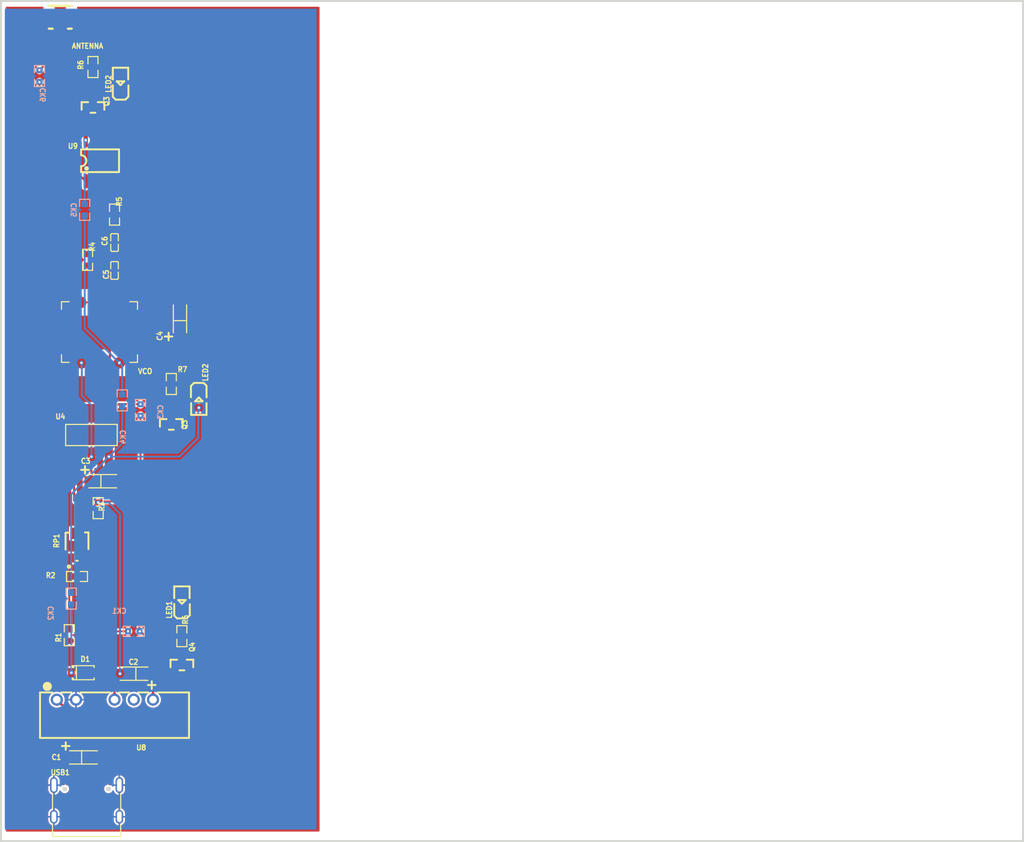
<source format=kicad_pcb>
(kicad_pcb (version 20240108) (generator "pcbnew") (generator_version "8.0")
  (layers (0 "F.Cu" signal "Top Layer") (31 "B.Cu" signal "Bottom Layer") (34 "B.Paste" user "Bottom Paste Mask Layer") (35 "F.Paste" user "Top Paste Mask Layer") (36 "B.SilkS" user "Bottom Silkscreen Layer") (37 "F.SilkS" user "Top Silkscreen Layer") (38 "B.Mask" user "Bottom Solder Mask Layer") (39 "F.Mask" user "Top Solder Mask Layer") (44 "Edge.Cuts" user "Multi-Layer"))
  (net 0 "")
  (net 1 "GND")
  (net 2 "RFOUT")
  (net 3 "VT")
  (net 4 "POWER")
  (net 5 "VCC+")
  (net 6 "$4N521")
  (net 7 "$4N526")
  (net 8 "SIGNAL")
  (net 9 "$6N421")
  (net 10 "$6N289")
  (net 11 "$3N135")
  (net 12 "$4N812")
  (net 13 "VCC-")
  (net 14 "ADJ")
  (net 15 "VCC9V+")
  (net 16 "$5N863")
  (footprint "Signal-blocker_2025-02-25:R0603" (layer "F.Cu") (at 105.019 134.074 -90)
    (property "Reference" "R6" (at -1.4615 -0.864 270) (layer "F.SilkS") (effects (font (size 0.686 0.6285) (thickness 0.1525)) (justify left bottom)))
    (property "Value" "")
    (pad "1" smd rect (at -0.7535 0 270) (size 0.8065 0.864) (layers "F.Cu" "F.Paste" "F.Mask") (net 15 "VCC9V+"))
    (pad "2" smd rect (at 0.7535 0 270) (size 0.8065 0.864) (layers "F.Cu" "F.Paste" "F.Mask") (net 15 "VCC9V+"))
  )
  (footprint "Signal-blocker_2025-02-25:RES-ADJ-SMD_3P-L3.0-W3.8-P1.75-BR" (layer "F.Cu") (at 91.176 122.136 -90)
    (property "Reference" "RP1" (at 0.381 2.286 810) (layer "F.SilkS") (effects (font (size 0.686 0.6285) (thickness 0.1525)) (justify left bottom)))
    (property "Value" "")
    (pad "1" smd rect (at 1.625 1) (size 1.2 1.2) (layers "F.Cu" "F.Paste" "F.Mask") (net 7 "$4N526"))
    (pad "2" smd rect (at -1.625 0) (size 1.6 1.5) (layers "F.Cu" "F.Paste" "F.Mask") (net 14 "ADJ"))
    (pad "3" smd rect (at 1.625 -1) (size 1.2 1.2) (layers "F.Cu" "F.Paste" "F.Mask") (net 6 "$4N521"))
  )
  (footprint "Signal-blocker_2025-02-25:R0603" (layer "F.Cu") (at 103.622 100.8 -90)
    (property "Reference" "R7" (at -1.524 -0.762 360) (layer "F.SilkS") (effects (font (size 0.686 0.6285) (thickness 0.1525)) (justify left bottom)))
    (property "Value" "")
    (pad "1" smd rect (at -0.7535 0 270) (size 0.8065 0.864) (layers "F.Cu" "F.Paste" "F.Mask") (net 16 "$5N863"))
    (pad "2" smd rect (at 0.7535 0 270) (size 0.8065 0.864) (layers "F.Cu" "F.Paste" "F.Mask") (net 16 "$5N863"))
  )
  (footprint "Signal-blocker_2025-02-25:CAP-SMD_L3.2-W1.6-RD-C7171" (layer "F.Cu") (at 104.765 92.037 90)
    (property "Reference" "C4" (at -3.127 -2.254 450) (layer "F.SilkS") (effects (font (size 0.686 0.6285) (thickness 0.1525)) (justify left bottom)))
    (property "Value" "")
    (pad "1" smd rect (at -1.6865 0 270) (size 1.7575 1.296) (layers "F.Cu" "F.Paste" "F.Mask") (net 5 "VCC+"))
    (pad "2" smd rect (at 1.6865 0 270) (size 1.7575 1.296) (layers "F.Cu" "F.Paste" "F.Mask") (net 1 "GND"))
  )
  (footprint "Signal-blocker_2025-02-25:S8050_SOT-23" (layer "F.Cu") (at 103.495 106.134 -90)
    (property "Reference" "Q3" (at 0.762 -2.286 270) (layer "F.SilkS") (effects (font (size 0.686 0.6285) (thickness 0.1525)) (justify left bottom)))
    (property "Value" "")
    (pad "1" smd rect (at 1.15 0.823 90) (size 1 0.8) (layers "F.Cu" "F.Paste" "F.Mask") (net 13 "VCC-"))
    (pad "2" smd rect (at 1.15 -1.077 90) (size 1 0.8) (layers "F.Cu" "F.Paste" "F.Mask") (net 1 "GND"))
    (pad "3" smd rect (at -1.15 -0.127 90) (size 1 0.8) (layers "F.Cu" "F.Paste" "F.Mask") (net 16 "$5N863"))
  )
  (footprint "Signal-blocker_2025-02-25:1234" (layer "F.Cu") (at 94.732 93.942 180)
    (property "Reference" "VCO" (at -4.4245 -5.588 360) (layer "F.SilkS") (effects (font (size 0.686 0.6285) (thickness 0.1525)) (justify left bottom)))
    (property "Value" "")
    (pad "1" smd circle (at -2.0315 -4.064 180) (size 1.524 1.524) (layers "F.Cu" "F.Paste" "F.Mask") (net 5 "VCC+"))
    (pad "2" smd circle (at 0.4685 -4.064 180) (size 1.524 1.524) (layers "F.Cu" "F.Paste" "F.Mask") (net 1 "GND"))
    (pad "3" smd circle (at 2.9685 -4.064 180) (size 1.524 1.524) (layers "F.Cu" "F.Paste" "F.Mask") (net 3 "VT"))
    (pad "4" smd rect (at -4.445 0 270) (size 1.7005 3) (layers "F.Cu" "F.Paste" "F.Mask") (net 1 "GND"))
    (pad "5" smd rect (at 5.588 0 270) (size 1.7 3) (layers "F.Cu" "F.Paste" "F.Mask") (net 1 "GND"))
    (pad "6" smd rect (at -1.942 3.913 180) (size 1.6 3) (layers "F.Cu" "F.Paste" "F.Mask") (net 8 "SIGNAL"))
    (pad "7" smd circle (at 0.558 3.913 180) (size 1.524 1.524) (layers "F.Cu" "F.Paste" "F.Mask") (net 1 "GND"))
    (pad "8" smd circle (at 3.058 3.913 180) (size 1.524 1.524) (layers "F.Cu" "F.Paste" "F.Mask") (net 1 "GND"))
  )
  (footprint "Signal-blocker_2025-02-25:CAP-SMD_L3.2-W1.6-RD-C7171" (layer "F.Cu") (at 92.192 150.076)
    (property "Reference" "C1" (at -4.445 0.381 360) (layer "F.SilkS") (effects (font (size 0.686 0.6285) (thickness 0.1525)) (justify left bottom)))
    (property "Value" "")
    (pad "1" smd rect (at -1.6865 0 180) (size 1.7575 1.296) (layers "F.Cu" "F.Paste" "F.Mask") (net 4 "POWER"))
    (pad "2" smd rect (at 1.6865 0 180) (size 1.7575 1.296) (layers "F.Cu" "F.Paste" "F.Mask") (net 1 "GND"))
  )
  (footprint "Signal-blocker_2025-02-25:SOT-223_L6.3-W3.5-P2.30-LS7.0-BR" (layer "F.Cu") (at 93.081 107.531 -90)
    (property "Reference" "U4" (at -2.032 4.826 360) (layer "F.SilkS") (effects (font (size 0.686 0.6285) (thickness 0.1525)) (justify left bottom)))
    (property "Value" "")
    (pad "1" smd rect (at 2.8575 2.3 270) (size 2.465 1.05) (layers "F.Cu" "F.Paste" "F.Mask") (net 14 "ADJ"))
    (pad "2" smd rect (at 2.8575 0 270) (size 2.465 1.05) (layers "F.Cu" "F.Paste" "F.Mask") (net 3 "VT"))
    (pad "3" smd rect (at 2.8575 -2.3 270) (size 2.465 1.05) (layers "F.Cu" "F.Paste" "F.Mask") (net 5 "VCC+"))
    (pad "4" smd rect (at -2.8575 0 270) (size 2.465 3.54) (layers "F.Cu" "F.Paste" "F.Mask") (net 12 "$4N812"))
  )
  (footprint "Signal-blocker_2025-02-25:TYPE-C-SMD_HDGC_TYPE-C-ZL-104PWB" (layer "F.Cu") (at 92.446 155.537)
    (property "Reference" "USB1" (at -4.8225 -3.077 360) (layer "F.SilkS") (effects (font (size 0.686 0.6285) (thickness 0.1525)) (justify left bottom)))
    (property "Value" "")
    (fp_poly (pts (xy -2.565 -1.308) (xy -2.5846 -1.419157) (xy -2.641036 -1.516906) (xy -2.7275 -1.589458) (xy -2.833564 -1.628063) (xy -2.946436 -1.628063) (xy -3.0525 -1.589458) (xy -3.138964 -1.516906) (xy -3.1954 -1.419157) (xy -3.215 -1.308) (xy -3.1954 -1.196843) (xy -3.138964 -1.099094) (xy -3.0525 -1.026542) (xy -2.946436 -0.987937) (xy -2.833564 -0.987937) (xy -2.7275 -1.026542) (xy -2.641036 -1.099094) (xy -2.5846 -1.196843)) (fill solid) (layer "Edge.Cuts"))
    (fp_poly (pts (xy 3.215 -1.308) (xy 3.1954 -1.419157) (xy 3.138964 -1.516906) (xy 3.0525 -1.589458) (xy 2.946436 -1.628063) (xy 2.833564 -1.628063) (xy 2.7275 -1.589458) (xy 2.641036 -1.516906) (xy 2.5846 -1.419157) (xy 2.565 -1.308) (xy 2.5846 -1.196843) (xy 2.641036 -1.099094) (xy 2.7275 -1.026542) (xy 2.833564 -0.987937) (xy 2.946436 -0.987937) (xy 3.0525 -1.026542) (xy 3.138964 -1.099094) (xy 3.1954 -1.196843)) (fill solid) (layer "Edge.Cuts"))
    (pad "12" thru_hole oval (at -4.32 -1.8075) (size 1 2.1) (drill oval 0.6 1.7) (layers "*.Cu" "*.Mask") (net 1 "GND"))
    (pad "13" thru_hole oval (at 4.32 -1.8075) (size 1 2.1) (drill oval 0.6 1.7) (layers "*.Cu" "*.Mask") (net 1 "GND"))
    (pad "14" thru_hole oval (at -4.32 2.3725) (size 1 1.8) (drill oval 0.6 1.4) (layers "*.Cu" "*.Mask") (net 1 "GND"))
    (pad "15" thru_hole oval (at 4.32 2.3725) (size 1 1.8) (drill oval 0.6 1.4) (layers "*.Cu" "*.Mask") (net 1 "GND"))
    (pad "A1B12" smd rect (at -3.2 -2.3725) (size 0.6 1.15) (layers "F.Cu" "F.Paste" "F.Mask") (net 1 "GND"))
    (pad "A4B9" smd rect (at -2.4 -2.3725) (size 0.6 1.15) (layers "F.Cu" "F.Paste" "F.Mask") (net 4 "POWER"))
    (pad "A5" smd rect (at -1.25 -2.3725) (size 0.3 1.15) (layers "F.Cu" "F.Paste" "F.Mask"))
    (pad "A6" smd rect (at -0.25 -2.3725) (size 0.3 1.15) (layers "F.Cu" "F.Paste" "F.Mask"))
    (pad "A7" smd rect (at 0.25 -2.3725) (size 0.3 1.15) (layers "F.Cu" "F.Paste" "F.Mask"))
    (pad "A8" smd rect (at 1.25 -2.3725) (size 0.3 1.15) (layers "F.Cu" "F.Paste" "F.Mask"))
    (pad "A9B4" smd rect (at 2.4 -2.3725) (size 0.6 1.15) (layers "F.Cu" "F.Paste" "F.Mask") (net 4 "POWER"))
    (pad "A12B1" smd rect (at 3.2 -2.3725) (size 0.6 1.15) (layers "F.Cu" "F.Paste" "F.Mask") (net 1 "GND"))
    (pad "B5" smd rect (at 1.75 -2.3725) (size 0.3 1.15) (layers "F.Cu" "F.Paste" "F.Mask"))
    (pad "B6" smd rect (at 0.75 -2.3725) (size 0.3 1.15) (layers "F.Cu" "F.Paste" "F.Mask"))
    (pad "B7" smd rect (at -0.75 -2.3725) (size 0.3 1.15) (layers "F.Cu" "F.Paste" "F.Mask"))
    (pad "B8" smd rect (at -1.75 -2.3725) (size 0.3 1.15) (layers "F.Cu" "F.Paste" "F.Mask"))
  )
  (footprint "Signal-blocker_2025-02-25:CAP-SMD_L3.2-W1.6-RD-C7171" (layer "F.Cu") (at 94.732 113.627)
    (property "Reference" "C3" (at -3.127 -2.254 0) (layer "F.SilkS") (effects (font (size 0.686 0.6285) (thickness 0.1525)) (justify left bottom)))
    (property "Value" "")
    (pad "1" smd rect (at -1.6865 0 180) (size 1.7575 1.296) (layers "F.Cu" "F.Paste" "F.Mask") (net 3 "VT"))
    (pad "2" smd rect (at 1.6865 0 180) (size 1.7575 1.296) (layers "F.Cu" "F.Paste" "F.Mask") (net 1 "GND"))
  )
  (footprint "Signal-blocker_2025-02-25:R0603" (layer "F.Cu") (at 93.285 58.9755 -90)
    (property "Reference" "R6" (at 0.4225 1.22 810) (layer "F.SilkS") (effects (font (size 0.686 0.6285) (thickness 0.1525)) (justify left bottom)))
    (property "Value" "")
    (pad "1" smd rect (at -0.7535 0 270) (size 0.8065 0.864) (layers "F.Cu" "F.Paste" "F.Mask") (net 16 "$5N863"))
    (pad "2" smd rect (at 0.7535 0 270) (size 0.8065 0.864) (layers "F.Cu" "F.Paste" "F.Mask") (net 16 "$5N863"))
  )
  (footprint "Signal-blocker_2025-02-25:C0402" (layer "F.Cu") (at 96.129 82.131 90)
    (property "Reference" "C6" (at -0.508 -0.889 90) (layer "F.SilkS") (effects (font (size 0.686 0.6285) (thickness 0.1525)) (justify left bottom)))
    (property "Value" "")
    (pad "1" smd rect (at -0.545 0 90) (size 0.79 0.54) (layers "F.Cu" "F.Paste" "F.Mask") (net 10 "$6N289"))
    (pad "2" smd rect (at 0.545 0 90) (size 0.79 0.54) (layers "F.Cu" "F.Paste" "F.Mask") (net 9 "$6N421"))
  )
  (footprint "Signal-blocker_2025-02-25:R0603" (layer "F.Cu") (at 90.16 133.947 90)
    (property "Reference" "R1" (at -1.016 -1.016 90) (layer "F.SilkS") (effects (font (size 0.686 0.6285) (thickness 0.1525)) (justify left bottom)))
    (property "Value" "")
    (pad "1" smd rect (at -0.7535 0 90) (size 0.8065 0.864) (layers "F.Cu" "F.Paste" "F.Mask") (net 15 "VCC9V+"))
    (pad "2" smd rect (at 0.7535 0 90) (size 0.8065 0.864) (layers "F.Cu" "F.Paste" "F.Mask") (net 7 "$4N526"))
  )
  (footprint "Signal-blocker_2025-02-25:C0402" (layer "F.Cu") (at 96.129 85.814 90)
    (property "Reference" "C5" (at -1.245 -0.702 90) (layer "F.SilkS") (effects (font (size 0.686 0.6285) (thickness 0.1525)) (justify left bottom)))
    (property "Value" "")
    (pad "1" smd rect (at -0.545 0 90) (size 0.79 0.54) (layers "F.Cu" "F.Paste" "F.Mask") (net 8 "SIGNAL"))
    (pad "2" smd rect (at 0.545 0 90) (size 0.79 0.54) (layers "F.Cu" "F.Paste" "F.Mask") (net 10 "$6N289"))
  )
  (footprint "Signal-blocker_2025-02-25:R0603" (layer "F.Cu") (at 96.129 78.448 90)
    (property "Reference" "R5" (at 1.016 1.016 -90) (layer "F.SilkS") (effects (font (size 0.686 0.6285) (thickness 0.1525)) (justify left bottom)))
    (property "Value" "")
    (pad "1" smd rect (at -0.7535 0 90) (size 0.8065 0.864) (layers "F.Cu" "F.Paste" "F.Mask") (net 9 "$6N421"))
    (pad "2" smd rect (at 0.7535 0 90) (size 0.8065 0.864) (layers "F.Cu" "F.Paste" "F.Mask") (net 1 "GND"))
  )
  (footprint "Signal-blocker_2025-02-25:S8050_SOT-23" (layer "F.Cu") (at 104.892 137.884 -90)
    (property "Reference" "Q4" (at -1.65 -1.881 270) (layer "F.SilkS") (effects (font (size 0.686 0.6285) (thickness 0.1525)) (justify left bottom)))
    (property "Value" "")
    (pad "1" smd rect (at 1.15 0.823 90) (size 1 0.8) (layers "F.Cu" "F.Paste" "F.Mask") (net 15 "VCC9V+"))
    (pad "2" smd rect (at 1.15 -1.077 90) (size 1 0.8) (layers "F.Cu" "F.Paste" "F.Mask") (net 1 "GND"))
    (pad "3" smd rect (at -1.15 -0.127 90) (size 1 0.8) (layers "F.Cu" "F.Paste" "F.Mask") (net 15 "VCC9V+"))
  )
  (footprint "Signal-blocker_2025-02-25:S8050_SOT-23" (layer "F.Cu") (at 93.158 64.3095 -90)
    (property "Reference" "Q3" (at -0.0855 -2.336 270) (layer "F.SilkS") (effects (font (size 0.686 0.6285) (thickness 0.1525)) (justify left bottom)))
    (property "Value" "")
    (pad "1" smd rect (at 1.15 0.823 90) (size 1 0.8) (layers "F.Cu" "F.Paste" "F.Mask") (net 5 "VCC+"))
    (pad "2" smd rect (at 1.15 -1.077 90) (size 1 0.8) (layers "F.Cu" "F.Paste" "F.Mask") (net 1 "GND"))
    (pad "3" smd rect (at -1.15 -0.127 90) (size 1 0.8) (layers "F.Cu" "F.Paste" "F.Mask") (net 16 "$5N863"))
  )
  (footprint "Signal-blocker_2025-02-25:CAP-SMD_L3.2-W1.6-RD-C7171" (layer "F.Cu") (at 98.542 139.027 180)
    (property "Reference" "C2" (at 0.635 1.143 2160) (layer "F.SilkS") (effects (font (size 0.686 0.6285) (thickness 0.1525)) (justify left bottom)))
    (property "Value" "")
    (pad "1" smd rect (at -1.6865 0) (size 1.7575 1.296) (layers "F.Cu" "F.Paste" "F.Mask") (net 15 "VCC9V+"))
    (pad "2" smd rect (at 1.6865 0) (size 1.7575 1.296) (layers "F.Cu" "F.Paste" "F.Mask") (net 13 "VCC-"))
  )
  (footprint "Signal-blocker_2025-02-25:wire" (layer "F.Cu") (at 86.858 50.635)
    (property "Reference" "ANTENNA" (at 3.556 5.969 0) (layer "F.SilkS") (effects (font (size 0.686 0.6285) (thickness 0.1525)) (justify left bottom)))
    (property "Value" "")
    (pad "1" smd rect (at 0.635 1.778 90) (size 2.2 1.05) (layers "F.Cu" "F.Paste" "F.Mask") (net 1 "GND"))
    (pad "2" smd rect (at 2.11 3.303) (size 1 1.05) (layers "F.Cu" "F.Paste" "F.Mask") (net 11 "$3N135"))
    (pad "3" smd rect (at 3.585 1.778 90) (size 2.2 1.05) (layers "F.Cu" "F.Paste" "F.Mask") (net 1 "GND"))
  )
  (footprint "Signal-blocker_2025-02-25:LED0805-R-RD" (layer "F.Cu") (at 107.2555 102.8815 -90)
    (property "Reference" "LED2" (at -2.351 -1.2685 630) (layer "F.SilkS") (effects (font (size 0.686 0.6285) (thickness 0.1525)) (justify left bottom)))
    (property "Value" "")
    (pad "1" smd rect (at 1.0505 0 90) (size 1 1.3995) (layers "F.Cu" "F.Paste" "F.Mask") (net 5 "VCC+"))
    (pad "2" smd rect (at -1.0505 0 90) (size 1 1.3995) (layers "F.Cu" "F.Paste" "F.Mask") (net 16 "$5N863"))
  )
  (footprint "Signal-blocker_2025-02-25:SOD-123_L2.7-W1.6-LS3.7-RD" (layer "F.Cu") (at 92.065 138.9)
    (property "Reference" "D1" (at -0.508 -1.397 1440) (layer "F.SilkS") (effects (font (size 0.686 0.6285) (thickness 0.1525)) (justify left bottom)))
    (property "Value" "")
    (pad "1" smd rect (at -1.635 0) (size 0.91 1.22) (layers "F.Cu" "F.Paste" "F.Mask") (net 5 "VCC+"))
    (pad "2" smd rect (at 1.635 0) (size 0.91 1.22) (layers "F.Cu" "F.Paste" "F.Mask") (net 15 "VCC9V+"))
  )
  (footprint "Signal-blocker_2025-02-25:SOIC-8_L5.0-W4.0-P1.27-LS6.0-BL" (layer "F.Cu") (at 94.224 71.336)
    (property "Reference" "U9" (at -4.318 -1.524 360) (layer "F.SilkS") (effects (font (size 0.686 0.6285) (thickness 0.1525)) (justify left bottom)))
    (property "Value" "")
    (pad "1" smd oval (at -1.905 2.705) (size 0.5685 1.95) (layers "F.Cu" "F.Paste" "F.Mask") (net 2 "RFOUT"))
    (pad "2" smd oval (at -0.635 2.705) (size 0.5685 1.95) (layers "F.Cu" "F.Paste" "F.Mask") (net 2 "RFOUT"))
    (pad "3" smd oval (at 0.635 2.705) (size 0.5685 1.95) (layers "F.Cu" "F.Paste" "F.Mask") (net 9 "$6N421"))
    (pad "4" smd oval (at 1.905 2.705) (size 0.5685 1.95) (layers "F.Cu" "F.Paste" "F.Mask") (net 1 "GND"))
    (pad "5" smd oval (at 1.905 -2.705) (size 0.5685 1.95) (layers "F.Cu" "F.Paste" "F.Mask"))
    (pad "6" smd oval (at 0.635 -2.705) (size 0.5685 1.95) (layers "F.Cu" "F.Paste" "F.Mask"))
    (pad "7" smd oval (at -0.635 -2.705) (size 0.5685 1.95) (layers "F.Cu" "F.Paste" "F.Mask"))
    (pad "8" smd oval (at -1.905 -2.705) (size 0.5685 1.95) (layers "F.Cu" "F.Paste" "F.Mask") (net 5 "VCC+"))
  )
  (footprint "Signal-blocker_2025-02-25:LED0805-R-RD" (layer "F.Cu") (at 96.9185 61.0565 90)
    (property "Reference" "LED2" (at -1.3895 -1.1705 810) (layer "F.SilkS") (effects (font (size 0.686 0.6285) (thickness 0.1525)) (justify left bottom)))
    (property "Value" "")
    (pad "1" smd rect (at 1.0505 0 270) (size 1 1.3995) (layers "F.Cu" "F.Paste" "F.Mask") (net 16 "$5N863"))
    (pad "2" smd rect (at -1.0505 0 270) (size 1 1.3995) (layers "F.Cu" "F.Paste" "F.Mask") (net 1 "GND"))
  )
  (footprint "Signal-blocker_2025-02-25:PWRM-TH_A05XXS-1WR3" (layer "F.Cu") (at 94.859 142.456)
    (property "Reference" "U8" (at 4.064 6.731 360) (layer "F.SilkS") (effects (font (size 0.686 0.6285) (thickness 0.1525)) (justify left bottom)))
    (property "Value" "")
    (pad "1" thru_hole circle (at -6.35 0) (size 1.6 1.6) (drill 1) (layers "*.Cu" "*.Mask") (net 4 "POWER"))
    (pad "2" thru_hole circle (at -3.81 0) (size 1.6 1.6) (drill 1) (layers "*.Cu" "*.Mask") (net 1 "GND"))
    (pad "4" thru_hole circle (at 1.27 0) (size 1.6 1.6) (drill 1) (layers "*.Cu" "*.Mask") (net 13 "VCC-"))
    (pad "5" thru_hole circle (at 3.81 0) (size 1.6 1.6) (drill 1) (layers "*.Cu" "*.Mask"))
    (pad "6" thru_hole circle (at 6.35 0) (size 1.6 1.6) (drill 1) (layers "*.Cu" "*.Mask") (net 15 "VCC9V+"))
  )
  (footprint "Signal-blocker_2025-02-25:R0603" (layer "F.Cu") (at 92.573 84.417 90)
    (property "Reference" "R4" (at 1.016 1.016 -90) (layer "F.SilkS") (effects (font (size 0.686 0.6285) (thickness 0.1525)) (justify left bottom)))
    (property "Value" "")
    (pad "1" smd rect (at -0.7535 0 90) (size 0.8065 0.864) (layers "F.Cu" "F.Paste" "F.Mask") (net 10 "$6N289"))
    (pad "2" smd rect (at 0.7535 0 90) (size 0.8065 0.864) (layers "F.Cu" "F.Paste" "F.Mask") (net 2 "RFOUT"))
  )
  (footprint "Signal-blocker_2025-02-25:LED0805-R-RD" (layer "F.Cu") (at 105.019 129.502 90)
    (property "Reference" "LED1" (at -2.351 -1.2685 450) (layer "F.SilkS") (effects (font (size 0.686 0.6285) (thickness 0.1525)) (justify left bottom)))
    (property "Value" "")
    (pad "1" smd rect (at 1.0505 0 270) (size 1 1.3995) (layers "F.Cu" "F.Paste" "F.Mask") (net 15 "VCC9V+"))
    (pad "2" smd rect (at -1.0505 0 270) (size 1 1.3995) (layers "F.Cu" "F.Paste" "F.Mask") (net 15 "VCC9V+"))
  )
  (footprint "Signal-blocker_2025-02-25:R0603" (layer "F.Cu") (at 91.176 126.2)
    (property "Reference" "R2" (at -4.191 0.254 1080) (layer "F.SilkS") (effects (font (size 0.686 0.6285) (thickness 0.1525)) (justify left bottom)))
    (property "Value" "")
    (pad "1" smd rect (at -0.7535 0) (size 0.8065 0.864) (layers "F.Cu" "F.Paste" "F.Mask") (net 7 "$4N526"))
    (pad "2" smd rect (at 0.7535 0) (size 0.8065 0.864) (layers "F.Cu" "F.Paste" "F.Mask") (net 6 "$4N521"))
  )
  (footprint "Signal-blocker_2025-02-25:R0603" (layer "F.Cu") (at 93.97 117.183 -90)
    (property "Reference" "R3" (at 0.508 -0.889 270) (layer "F.SilkS") (effects (font (size 0.686 0.6285) (thickness 0.1525)) (justify left bottom)))
    (property "Value" "")
    (pad "1" smd rect (at -0.7535 0 270) (size 0.8065 0.864) (layers "F.Cu" "F.Paste" "F.Mask") (net 13 "VCC-"))
    (pad "2" smd rect (at 0.7535 0 270) (size 0.8065 0.864) (layers "F.Cu" "F.Paste" "F.Mask") (net 6 "$4N521"))
  )
  (footprint "Signal-blocker_2025-02-25:R0603" (layer "B.Cu") (at 97.145 102.959 90)
    (property "Reference" "CK4" (at -3.81 0.508 -90) (layer "B.SilkS") (effects (font (size 0.686 0.6285) (thickness 0.1525)) (justify left bottom mirror)))
    (property "Value" "")
    (pad "1" smd rect (at -0.7535 0 90) (size 0.8065 0.864) (layers "B.Cu" "B.Paste" "B.Mask") (net 5 "VCC+"))
    (pad "2" smd rect (at 0.7535 0 90) (size 0.8065 0.864) (layers "B.Cu" "B.Paste" "B.Mask") (net 5 "VCC+"))
  )
  (footprint "Signal-blocker_2025-02-25:R0603" (layer "B.Cu") (at 86.223 60.16 90)
    (property "Reference" "CK6" (at -1.4615 0.864 -90) (layer "B.SilkS") (effects (font (size 0.686 0.6285) (thickness 0.1525)) (justify left bottom mirror)))
    (property "Value" "")
    (pad "1" smd rect (at -0.7535 0 90) (size 0.8065 0.864) (layers "B.Cu" "B.Paste" "B.Mask") (net 2 "RFOUT"))
    (pad "2" smd rect (at 0.7535 0 90) (size 0.8065 0.864) (layers "B.Cu" "B.Paste" "B.Mask") (net 11 "$3N135"))
  )
  (footprint "Signal-blocker_2025-02-25:R0603" (layer "B.Cu") (at 92.192 77.813 90)
    (property "Reference" "CK5" (at 1.016 -1.016 90) (layer "B.SilkS") (effects (font (size 0.686 0.6285) (thickness 0.1525)) (justify left bottom mirror)))
    (property "Value" "")
    (pad "1" smd rect (at -0.7535 0 90) (size 0.8065 0.864) (layers "B.Cu" "B.Paste" "B.Mask") (net 5 "VCC+"))
    (pad "2" smd rect (at 0.7535 0 90) (size 0.8065 0.864) (layers "B.Cu" "B.Paste" "B.Mask") (net 5 "VCC+"))
  )
  (footprint "Signal-blocker_2025-02-25:R0603" (layer "B.Cu") (at 98.669 133.439 180)
    (property "Reference" "CK1" (at 0.889 2.286 -1260) (layer "B.SilkS") (effects (font (size 0.686 0.6285) (thickness 0.1525)) (justify left bottom mirror)))
    (property "Value" "")
    (pad "1" smd rect (at -0.7535 0 180) (size 0.8065 0.864) (layers "B.Cu" "B.Paste" "B.Mask") (net 15 "VCC9V+"))
    (pad "2" smd rect (at 0.7535 0 180) (size 0.8065 0.864) (layers "B.Cu" "B.Paste" "B.Mask") (net 15 "VCC9V+"))
  )
  (footprint "Signal-blocker_2025-02-25:R0603" (layer "B.Cu") (at 99.558 104.229 -90)
    (property "Reference" "CK3" (at -0.762 -3.048 -990) (layer "B.SilkS") (effects (font (size 0.686 0.6285) (thickness 0.1525)) (justify left bottom mirror)))
    (property "Value" "")
    (pad "1" smd rect (at -0.7535 0 270) (size 0.8065 0.864) (layers "B.Cu" "B.Paste" "B.Mask") (net 12 "$4N812"))
    (pad "2" smd rect (at 0.7535 0 270) (size 0.8065 0.864) (layers "B.Cu" "B.Paste" "B.Mask") (net 13 "VCC-"))
  )
  (footprint "Signal-blocker_2025-02-25:R0603" (layer "B.Cu") (at 90.414 129.121 -90)
    (property "Reference" "CK2" (at 0.889 2.286 -1170) (layer "B.SilkS") (effects (font (size 0.686 0.6285) (thickness 0.1525)) (justify left bottom mirror)))
    (property "Value" "")
    (pad "1" smd rect (at -0.7535 0 270) (size 0.8065 0.864) (layers "B.Cu" "B.Paste" "B.Mask") (net 5 "VCC+"))
    (pad "2" smd rect (at 0.7535 0 270) (size 0.8065 0.864) (layers "B.Cu" "B.Paste" "B.Mask") (net 5 "VCC+"))
  )
  (gr_rect (start 81.143 50.254) (end 216.017 161.125) (stroke (width 0.254)) (fill none) (layer "Edge.Cuts"))
  (segment (start 96.129 74.041) (end 96.129 77.6945) (width 0.254) (layer "F.Cu") (net 1))
  (segment (start 93.589 82.6475) (end 93.589 74.041) (width 0.254) (layer "F.Cu") (net 2))
  (segment (start 93.589 74.041) (end 92.319 74.041) (width 0.254) (layer "F.Cu") (net 2))
  (segment (start 92.573 83.6635) (end 93.589 82.6475) (width 0.254) (layer "F.Cu") (net 2))
  (segment (start 86.223 67.945) (end 86.223 60.9135) (width 0.254) (layer "F.Cu") (net 2))
  (segment (start 92.319 74.041) (end 86.223 67.945) (width 0.254) (layer "F.Cu") (net 2))
  (via (at 86.223 60.955) (size 0.61) (drill 0.305) (layers "F.Cu" "B.Cu") (net 2))
  (segment (start 93.081 113.5915) (end 93.0455 113.627) (width 0.254) (layer "F.Cu") (net 3))
  (segment (start 93.081 110.3885) (end 93.081 113.5915) (width 0.254) (layer "F.Cu") (net 3))
  (via (at 93.081 110.3885) (size 0.61) (drill 0.305) (layers "F.Cu" "B.Cu") (net 3))
  (via (at 91.7635 98.006) (size 0.61) (drill 0.305) (layers "F.Cu" "B.Cu") (net 3))
  (segment (start 91.811 98.0535) (end 91.7635 98.006) (width 0.254) (layer "B.Cu") (net 3))
  (segment (start 93.081 110.3885) (end 93.081 103.594) (width 0.254) (layer "B.Cu") (net 3))
  (segment (start 93.081 103.594) (end 91.811 102.324) (width 0.254) (layer "B.Cu") (net 3))
  (segment (start 91.811 102.324) (end 91.811 98.0535) (width 0.254) (layer "B.Cu") (net 3))
  (segment (start 90.5055 144.4525) (end 88.509 142.456) (width 0.254) (layer "F.Cu") (net 4))
  (segment (start 90.046 153.1645) (end 90.046 150.5355) (width 0.254) (layer "F.Cu") (net 4))
  (segment (start 90.5055 150.076) (end 90.5055 144.4525) (width 0.254) (layer "F.Cu") (net 4))
  (segment (start 90.046 150.5355) (end 90.5055 150.076) (width 0.254) (layer "F.Cu") (net 4))
  (segment (start 96.7635 98.006) (end 100.4825 98.006) (width 0.254) (layer "F.Cu") (net 5))
  (segment (start 100.4825 98.006) (end 104.765 93.7235) (width 0.254) (layer "F.Cu") (net 5))
  (segment (start 92.319 65.475) (end 92.335 65.4595) (width 0.254) (layer "F.Cu") (net 5))
  (segment (start 92.319 68.631) (end 92.319 65.475) (width 0.254) (layer "F.Cu") (net 5))
  (via (at 90.43 138.9) (size 0.61) (drill 0.305) (layers "F.Cu" "B.Cu") (net 5))
  (via (at 107.2555 103.932) (size 0.61) (drill 0.305) (layers "F.Cu" "B.Cu") (net 5))
  (via (at 95.381 110.3885) (size 0.61) (drill 0.305) (layers "F.Cu" "B.Cu") (net 5))
  (via (at 96.7635 98.006) (size 0.61) (drill 0.305) (layers "F.Cu" "B.Cu") (net 5))
  (via (at 92.319 68.631) (size 0.61) (drill 0.305) (layers "F.Cu" "B.Cu") (net 5))
  (segment (start 90.414 115.3555) (end 95.381 110.3885) (width 0.254) (layer "B.Cu") (net 5))
  (segment (start 97.145 102.2055) (end 97.145 98.3875) (width 0.254) (layer "B.Cu") (net 5))
  (segment (start 97.145 108.6245) (end 97.145 103.7125) (width 0.254) (layer "B.Cu") (net 5))
  (segment (start 107.178 104.009) (end 107.2555 103.932) (width 0.254) (layer "B.Cu") (net 5))
  (segment (start 95.381 110.3885) (end 97.145 108.6245) (width 0.254) (layer "B.Cu") (net 5))
  (segment (start 92.192 68.758) (end 92.319 68.631) (width 0.254) (layer "B.Cu") (net 5))
  (segment (start 95.381 110.3885) (end 104.7015 110.3885) (width 0.254) (layer "B.Cu") (net 5))
  (segment (start 104.7015 110.3885) (end 107.178 107.912) (width 0.254) (layer "B.Cu") (net 5))
  (segment (start 92.192 93.4345) (end 92.192 78.5665) (width 0.254) (layer "B.Cu") (net 5))
  (segment (start 90.43 129.8905) (end 90.414 129.8745) (width 0.254) (layer "B.Cu") (net 5))
  (segment (start 90.43 138.9) (end 90.43 129.8905) (width 0.254) (layer "B.Cu") (net 5))
  (segment (start 96.7635 98.006) (end 92.192 93.4345) (width 0.254) (layer "B.Cu") (net 5))
  (segment (start 97.145 98.3875) (end 96.7635 98.006) (width 0.254) (layer "B.Cu") (net 5))
  (segment (start 92.192 77.0595) (end 92.192 68.758) (width 0.254) (layer "B.Cu") (net 5))
  (segment (start 107.178 107.912) (end 107.178 104.009) (width 0.254) (layer "B.Cu") (net 5))
  (segment (start 90.414 128.3675) (end 90.414 115.3555) (width 0.254) (layer "B.Cu") (net 5))
  (segment (start 91.9295 126.2) (end 92.446 126.2) (width 0.254) (layer "F.Cu") (net 6))
  (segment (start 91.9295 126.2) (end 91.9295 124.0075) (width 0.254) (layer "F.Cu") (net 6))
  (segment (start 92.446 126.2) (end 93.97 124.676) (width 0.254) (layer "F.Cu") (net 6))
  (segment (start 91.9295 124.0075) (end 92.176 123.761) (width 0.254) (layer "F.Cu") (net 6))
  (segment (start 93.97 124.676) (end 93.97 117.9365) (width 0.254) (layer "F.Cu") (net 6))
  (segment (start 90.16 123.777) (end 90.176 123.761) (width 0.254) (layer "F.Cu") (net 7))
  (segment (start 90.16 133.1935) (end 90.16 123.777) (width 0.254) (layer "F.Cu") (net 7))
  (segment (start 96.674 86.904) (end 96.129 86.359) (width 0.254) (layer "F.Cu") (net 8))
  (segment (start 96.674 90.029) (end 96.674 86.904) (width 0.254) (layer "F.Cu") (net 8))
  (segment (start 96.129 81.586) (end 96.129 79.194) (width 0.254) (layer "F.Cu") (net 9))
  (segment (start 94.859 77.924) (end 94.859 74.041) (width 0.254) (layer "F.Cu") (net 9))
  (segment (start 96.129 79.194) (end 94.859 77.924) (width 0.254) (layer "F.Cu") (net 9))
  (segment (start 92.6715 85.269) (end 92.573 85.1705) (width 0.254) (layer "F.Cu") (net 10))
  (segment (start 96.129 85.269) (end 92.6715 85.269) (width 0.254) (layer "F.Cu") (net 10))
  (segment (start 96.129 85.269) (end 96.129 82.676) (width 0.254) (layer "F.Cu") (net 10))
  (segment (start 86.223 59.4065) (end 88.968 56.6615) (width 0.254) (layer "F.Cu") (net 11))
  (segment (start 88.968 56.6615) (end 88.968 53.938) (width 0.254) (layer "F.Cu") (net 11))
  (via (at 86.223 59.365) (size 0.61) (drill 0.305) (layers "F.Cu" "B.Cu") (net 11))
  (segment (start 99.5495 103.467) (end 99.558 103.4755) (width 0.254) (layer "F.Cu") (net 12))
  (segment (start 93.081 104.6735) (end 95.4305 104.6735) (width 0.254) (layer "F.Cu") (net 12))
  (segment (start 95.4305 104.6735) (end 96.637 103.467) (width 0.254) (layer "F.Cu") (net 12))
  (segment (start 96.637 103.467) (end 99.5495 103.467) (width 0.254) (layer "F.Cu") (net 12))
  (via (at 99.558 103.4755) (size 0.61) (drill 0.305) (layers "F.Cu" "B.Cu") (net 12))
  (segment (start 96.129 142.456) (end 96.129 140.043) (width 0.254) (layer "F.Cu") (net 13))
  (segment (start 96.129 140.043) (end 96.8555 139.3165) (width 0.254) (layer "F.Cu") (net 13))
  (segment (start 99.558 104.9825) (end 99.558 106.769) (width 0.254) (layer "F.Cu") (net 13))
  (segment (start 102.552 107.404) (end 102.672 107.284) (width 0.254) (layer "F.Cu") (net 13))
  (segment (start 94.113 116.294) (end 93.97 116.437) (width 0.254) (layer "F.Cu") (net 13))
  (segment (start 99.558 106.769) (end 100.193 107.404) (width 0.254) (layer "F.Cu") (net 13))
  (segment (start 99.558 106.769) (end 99.558 114.008) (width 0.254) (layer "F.Cu") (net 13))
  (segment (start 100.193 107.404) (end 102.552 107.404) (width 0.254) (layer "F.Cu") (net 13))
  (segment (start 97.272 116.294) (end 94.113 116.294) (width 0.254) (layer "F.Cu") (net 13))
  (segment (start 99.558 114.008) (end 97.272 116.294) (width 0.254) (layer "F.Cu") (net 13))
  (segment (start 96.8555 139.3165) (end 96.8555 139.027) (width 0.254) (layer "F.Cu") (net 13))
  (via (at 99.558 104.9825) (size 0.61) (drill 0.305) (layers "F.Cu" "B.Cu") (net 13))
  (via (at 93.97 116.437) (size 0.61) (drill 0.305) (layers "F.Cu" "B.Cu") (net 13))
  (via (at 96.8555 139.027) (size 0.61) (drill 0.305) (layers "F.Cu" "B.Cu") (net 13))
  (segment (start 93.97 116.437) (end 95.367 116.437) (width 0.254) (layer "B.Cu") (net 13))
  (segment (start 96.8555 117.9255) (end 96.8555 139.027) (width 0.254) (layer "B.Cu") (net 13))
  (segment (start 95.367 116.437) (end 96.8555 117.9255) (width 0.254) (layer "B.Cu") (net 13))
  (segment (start 91.176 120.511) (end 91.176 116.548) (width 0.254) (layer "F.Cu") (net 14))
  (segment (start 91.176 116.548) (end 90.795 116.167) (width 0.254) (layer "F.Cu") (net 14))
  (segment (start 90.795 110.4025) (end 90.781 110.3885) (width 0.254) (layer "F.Cu") (net 14))
  (segment (start 90.795 116.167) (end 90.795 110.4025) (width 0.254) (layer "F.Cu") (net 14))
  (segment (start 104.062 139.027) (end 104.069 139.034) (width 0.254) (layer "F.Cu") (net 15))
  (segment (start 99.4225 133.312) (end 99.4225 129.883) (width 0.254) (layer "F.Cu") (net 15))
  (segment (start 100.2285 139.027) (end 104.062 139.027) (width 0.254) (layer "F.Cu") (net 15))
  (segment (start 93.7 133.963) (end 94.224 133.439) (width 0.254) (layer "F.Cu") (net 15))
  (segment (start 93.7 138.9) (end 93.7 133.963) (width 0.254) (layer "F.Cu") (net 15))
  (segment (start 100.2285 139.027) (end 100.2285 134.118) (width 0.254) (layer "F.Cu") (net 15))
  (segment (start 100.2285 134.118) (end 99.4225 133.312) (width 0.254) (layer "F.Cu") (net 15))
  (segment (start 97.9155 133.439) (end 94.224 133.439) (width 0.254) (layer "F.Cu") (net 15))
  (segment (start 99.4225 133.439) (end 99.4225 133.312) (width 0.254) (layer "F.Cu") (net 15))
  (segment (start 101.209 140.0075) (end 100.2285 139.027) (width 0.254) (layer "F.Cu") (net 15))
  (segment (start 100.8535 128.4515) (end 105.019 128.4515) (width 0.254) (layer "F.Cu") (net 15))
  (segment (start 101.209 142.456) (end 101.209 140.0075) (width 0.254) (layer "F.Cu") (net 15))
  (segment (start 105.019 134.8275) (end 105.019 136.734) (width 0.254) (layer "F.Cu") (net 15))
  (segment (start 105.019 130.5525) (end 105.019 133.3205) (width 0.254) (layer "F.Cu") (net 15))
  (segment (start 99.4225 129.883) (end 100.8535 128.4515) (width 0.254) (layer "F.Cu") (net 15))
  (segment (start 92.7 133.439) (end 91.4385 134.7005) (width 0.254) (layer "F.Cu") (net 15))
  (segment (start 91.4385 134.7005) (end 90.16 134.7005) (width 0.254) (layer "F.Cu") (net 15))
  (segment (start 94.224 133.439) (end 92.7 133.439) (width 0.254) (layer "F.Cu") (net 15))
  (via (at 97.9155 133.439) (size 0.61) (drill 0.305) (layers "F.Cu" "B.Cu") (net 15))
  (via (at 99.464 133.439) (size 0.61) (drill 0.305) (layers "F.Cu" "B.Cu") (net 15))
  (segment (start 95.134 58.222) (end 96.9185 60.0065) (width 0.254) (layer "F.Cu") (net 16))
  (segment (start 103.622 104.984) (end 103.622 101.5535) (width 0.254) (layer "F.Cu") (net 16))
  (segment (start 93.285 58.222) (end 95.134 58.222) (width 0.254) (layer "F.Cu") (net 16))
  (segment (start 103.622 100.0465) (end 105.471 100.0465) (width 0.254) (layer "F.Cu") (net 16))
  (segment (start 105.471 100.0465) (end 107.2555 101.831) (width 0.254) (layer "F.Cu") (net 16))
  (segment (start 93.285 63.1595) (end 93.285 59.7285) (width 0.254) (layer "F.Cu") (net 16))
  (zone (net 1) (net_name "GND") (layer "F.Cu") (priority 500) (connect_pads (clearance 0.1015)) (min_thickness 0.127) (fill yes (thermal_gap 0.5) (thermal_bridge_width 0.5))
    (polygon (pts (xy 81.778 51.016) (xy 123.18 51.016) (xy 123.18 159.855) (xy 81.778 159.855)))
  )
  (zone (net 1) (net_name "GND") (layer "B.Cu") (priority 500) (connect_pads (clearance 0.1015)) (min_thickness 0.127) (fill yes (thermal_gap 0.5) (thermal_bridge_width 0.5))
    (polygon (pts (xy 81.651 51.27) (xy 122.799 51.27) (xy 122.799 159.601) (xy 81.651 159.601)))
  )
)
</source>
